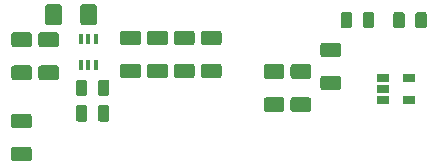
<source format=gbr>
G04 #@! TF.GenerationSoftware,KiCad,Pcbnew,5.1.5+dfsg1-2build2*
G04 #@! TF.CreationDate,2021-06-15T05:03:55+02:00*
G04 #@! TF.ProjectId,circuit9,63697263-7569-4743-992e-6b696361645f,rev?*
G04 #@! TF.SameCoordinates,Original*
G04 #@! TF.FileFunction,Paste,Top*
G04 #@! TF.FilePolarity,Positive*
%FSLAX46Y46*%
G04 Gerber Fmt 4.6, Leading zero omitted, Abs format (unit mm)*
G04 Created by KiCad (PCBNEW 5.1.5+dfsg1-2build2) date 2021-06-15 05:03:55*
%MOMM*%
%LPD*%
G04 APERTURE LIST*
%ADD10C,0.100000*%
%ADD11R,0.400000X0.900000*%
%ADD12R,1.060000X0.650000*%
G04 APERTURE END LIST*
D10*
G36*
X60683842Y-38137774D02*
G01*
X60707503Y-38141284D01*
X60730707Y-38147096D01*
X60753229Y-38155154D01*
X60774853Y-38165382D01*
X60795370Y-38177679D01*
X60814583Y-38191929D01*
X60832307Y-38207993D01*
X60848371Y-38225717D01*
X60862621Y-38244930D01*
X60874918Y-38265447D01*
X60885146Y-38287071D01*
X60893204Y-38309593D01*
X60899016Y-38332797D01*
X60902526Y-38356458D01*
X60903700Y-38380350D01*
X60903700Y-39292850D01*
X60902526Y-39316742D01*
X60899016Y-39340403D01*
X60893204Y-39363607D01*
X60885146Y-39386129D01*
X60874918Y-39407753D01*
X60862621Y-39428270D01*
X60848371Y-39447483D01*
X60832307Y-39465207D01*
X60814583Y-39481271D01*
X60795370Y-39495521D01*
X60774853Y-39507818D01*
X60753229Y-39518046D01*
X60730707Y-39526104D01*
X60707503Y-39531916D01*
X60683842Y-39535426D01*
X60659950Y-39536600D01*
X60172450Y-39536600D01*
X60148558Y-39535426D01*
X60124897Y-39531916D01*
X60101693Y-39526104D01*
X60079171Y-39518046D01*
X60057547Y-39507818D01*
X60037030Y-39495521D01*
X60017817Y-39481271D01*
X60000093Y-39465207D01*
X59984029Y-39447483D01*
X59969779Y-39428270D01*
X59957482Y-39407753D01*
X59947254Y-39386129D01*
X59939196Y-39363607D01*
X59933384Y-39340403D01*
X59929874Y-39316742D01*
X59928700Y-39292850D01*
X59928700Y-38380350D01*
X59929874Y-38356458D01*
X59933384Y-38332797D01*
X59939196Y-38309593D01*
X59947254Y-38287071D01*
X59957482Y-38265447D01*
X59969779Y-38244930D01*
X59984029Y-38225717D01*
X60000093Y-38207993D01*
X60017817Y-38191929D01*
X60037030Y-38177679D01*
X60057547Y-38165382D01*
X60079171Y-38155154D01*
X60101693Y-38147096D01*
X60124897Y-38141284D01*
X60148558Y-38137774D01*
X60172450Y-38136600D01*
X60659950Y-38136600D01*
X60683842Y-38137774D01*
G37*
G36*
X62558842Y-38137774D02*
G01*
X62582503Y-38141284D01*
X62605707Y-38147096D01*
X62628229Y-38155154D01*
X62649853Y-38165382D01*
X62670370Y-38177679D01*
X62689583Y-38191929D01*
X62707307Y-38207993D01*
X62723371Y-38225717D01*
X62737621Y-38244930D01*
X62749918Y-38265447D01*
X62760146Y-38287071D01*
X62768204Y-38309593D01*
X62774016Y-38332797D01*
X62777526Y-38356458D01*
X62778700Y-38380350D01*
X62778700Y-39292850D01*
X62777526Y-39316742D01*
X62774016Y-39340403D01*
X62768204Y-39363607D01*
X62760146Y-39386129D01*
X62749918Y-39407753D01*
X62737621Y-39428270D01*
X62723371Y-39447483D01*
X62707307Y-39465207D01*
X62689583Y-39481271D01*
X62670370Y-39495521D01*
X62649853Y-39507818D01*
X62628229Y-39518046D01*
X62605707Y-39526104D01*
X62582503Y-39531916D01*
X62558842Y-39535426D01*
X62534950Y-39536600D01*
X62047450Y-39536600D01*
X62023558Y-39535426D01*
X61999897Y-39531916D01*
X61976693Y-39526104D01*
X61954171Y-39518046D01*
X61932547Y-39507818D01*
X61912030Y-39495521D01*
X61892817Y-39481271D01*
X61875093Y-39465207D01*
X61859029Y-39447483D01*
X61844779Y-39428270D01*
X61832482Y-39407753D01*
X61822254Y-39386129D01*
X61814196Y-39363607D01*
X61808384Y-39340403D01*
X61804874Y-39316742D01*
X61803700Y-39292850D01*
X61803700Y-38380350D01*
X61804874Y-38356458D01*
X61808384Y-38332797D01*
X61814196Y-38309593D01*
X61822254Y-38287071D01*
X61832482Y-38265447D01*
X61844779Y-38244930D01*
X61859029Y-38225717D01*
X61875093Y-38207993D01*
X61892817Y-38191929D01*
X61912030Y-38177679D01*
X61932547Y-38165382D01*
X61954171Y-38155154D01*
X61976693Y-38147096D01*
X61999897Y-38141284D01*
X62023558Y-38137774D01*
X62047450Y-38136600D01*
X62534950Y-38136600D01*
X62558842Y-38137774D01*
G37*
G36*
X33810642Y-46024474D02*
G01*
X33834303Y-46027984D01*
X33857507Y-46033796D01*
X33880029Y-46041854D01*
X33901653Y-46052082D01*
X33922170Y-46064379D01*
X33941383Y-46078629D01*
X33959107Y-46094693D01*
X33975171Y-46112417D01*
X33989421Y-46131630D01*
X34001718Y-46152147D01*
X34011946Y-46173771D01*
X34020004Y-46196293D01*
X34025816Y-46219497D01*
X34029326Y-46243158D01*
X34030500Y-46267050D01*
X34030500Y-47179550D01*
X34029326Y-47203442D01*
X34025816Y-47227103D01*
X34020004Y-47250307D01*
X34011946Y-47272829D01*
X34001718Y-47294453D01*
X33989421Y-47314970D01*
X33975171Y-47334183D01*
X33959107Y-47351907D01*
X33941383Y-47367971D01*
X33922170Y-47382221D01*
X33901653Y-47394518D01*
X33880029Y-47404746D01*
X33857507Y-47412804D01*
X33834303Y-47418616D01*
X33810642Y-47422126D01*
X33786750Y-47423300D01*
X33299250Y-47423300D01*
X33275358Y-47422126D01*
X33251697Y-47418616D01*
X33228493Y-47412804D01*
X33205971Y-47404746D01*
X33184347Y-47394518D01*
X33163830Y-47382221D01*
X33144617Y-47367971D01*
X33126893Y-47351907D01*
X33110829Y-47334183D01*
X33096579Y-47314970D01*
X33084282Y-47294453D01*
X33074054Y-47272829D01*
X33065996Y-47250307D01*
X33060184Y-47227103D01*
X33056674Y-47203442D01*
X33055500Y-47179550D01*
X33055500Y-46267050D01*
X33056674Y-46243158D01*
X33060184Y-46219497D01*
X33065996Y-46196293D01*
X33074054Y-46173771D01*
X33084282Y-46152147D01*
X33096579Y-46131630D01*
X33110829Y-46112417D01*
X33126893Y-46094693D01*
X33144617Y-46078629D01*
X33163830Y-46064379D01*
X33184347Y-46052082D01*
X33205971Y-46041854D01*
X33228493Y-46033796D01*
X33251697Y-46027984D01*
X33275358Y-46024474D01*
X33299250Y-46023300D01*
X33786750Y-46023300D01*
X33810642Y-46024474D01*
G37*
G36*
X35685642Y-46024474D02*
G01*
X35709303Y-46027984D01*
X35732507Y-46033796D01*
X35755029Y-46041854D01*
X35776653Y-46052082D01*
X35797170Y-46064379D01*
X35816383Y-46078629D01*
X35834107Y-46094693D01*
X35850171Y-46112417D01*
X35864421Y-46131630D01*
X35876718Y-46152147D01*
X35886946Y-46173771D01*
X35895004Y-46196293D01*
X35900816Y-46219497D01*
X35904326Y-46243158D01*
X35905500Y-46267050D01*
X35905500Y-47179550D01*
X35904326Y-47203442D01*
X35900816Y-47227103D01*
X35895004Y-47250307D01*
X35886946Y-47272829D01*
X35876718Y-47294453D01*
X35864421Y-47314970D01*
X35850171Y-47334183D01*
X35834107Y-47351907D01*
X35816383Y-47367971D01*
X35797170Y-47382221D01*
X35776653Y-47394518D01*
X35755029Y-47404746D01*
X35732507Y-47412804D01*
X35709303Y-47418616D01*
X35685642Y-47422126D01*
X35661750Y-47423300D01*
X35174250Y-47423300D01*
X35150358Y-47422126D01*
X35126697Y-47418616D01*
X35103493Y-47412804D01*
X35080971Y-47404746D01*
X35059347Y-47394518D01*
X35038830Y-47382221D01*
X35019617Y-47367971D01*
X35001893Y-47351907D01*
X34985829Y-47334183D01*
X34971579Y-47314970D01*
X34959282Y-47294453D01*
X34949054Y-47272829D01*
X34940996Y-47250307D01*
X34935184Y-47227103D01*
X34931674Y-47203442D01*
X34930500Y-47179550D01*
X34930500Y-46267050D01*
X34931674Y-46243158D01*
X34935184Y-46219497D01*
X34940996Y-46196293D01*
X34949054Y-46173771D01*
X34959282Y-46152147D01*
X34971579Y-46131630D01*
X34985829Y-46112417D01*
X35001893Y-46094693D01*
X35019617Y-46078629D01*
X35038830Y-46064379D01*
X35059347Y-46052082D01*
X35080971Y-46041854D01*
X35103493Y-46033796D01*
X35126697Y-46027984D01*
X35150358Y-46024474D01*
X35174250Y-46023300D01*
X35661750Y-46023300D01*
X35685642Y-46024474D01*
G37*
G36*
X33810642Y-43865474D02*
G01*
X33834303Y-43868984D01*
X33857507Y-43874796D01*
X33880029Y-43882854D01*
X33901653Y-43893082D01*
X33922170Y-43905379D01*
X33941383Y-43919629D01*
X33959107Y-43935693D01*
X33975171Y-43953417D01*
X33989421Y-43972630D01*
X34001718Y-43993147D01*
X34011946Y-44014771D01*
X34020004Y-44037293D01*
X34025816Y-44060497D01*
X34029326Y-44084158D01*
X34030500Y-44108050D01*
X34030500Y-45020550D01*
X34029326Y-45044442D01*
X34025816Y-45068103D01*
X34020004Y-45091307D01*
X34011946Y-45113829D01*
X34001718Y-45135453D01*
X33989421Y-45155970D01*
X33975171Y-45175183D01*
X33959107Y-45192907D01*
X33941383Y-45208971D01*
X33922170Y-45223221D01*
X33901653Y-45235518D01*
X33880029Y-45245746D01*
X33857507Y-45253804D01*
X33834303Y-45259616D01*
X33810642Y-45263126D01*
X33786750Y-45264300D01*
X33299250Y-45264300D01*
X33275358Y-45263126D01*
X33251697Y-45259616D01*
X33228493Y-45253804D01*
X33205971Y-45245746D01*
X33184347Y-45235518D01*
X33163830Y-45223221D01*
X33144617Y-45208971D01*
X33126893Y-45192907D01*
X33110829Y-45175183D01*
X33096579Y-45155970D01*
X33084282Y-45135453D01*
X33074054Y-45113829D01*
X33065996Y-45091307D01*
X33060184Y-45068103D01*
X33056674Y-45044442D01*
X33055500Y-45020550D01*
X33055500Y-44108050D01*
X33056674Y-44084158D01*
X33060184Y-44060497D01*
X33065996Y-44037293D01*
X33074054Y-44014771D01*
X33084282Y-43993147D01*
X33096579Y-43972630D01*
X33110829Y-43953417D01*
X33126893Y-43935693D01*
X33144617Y-43919629D01*
X33163830Y-43905379D01*
X33184347Y-43893082D01*
X33205971Y-43882854D01*
X33228493Y-43874796D01*
X33251697Y-43868984D01*
X33275358Y-43865474D01*
X33299250Y-43864300D01*
X33786750Y-43864300D01*
X33810642Y-43865474D01*
G37*
G36*
X35685642Y-43865474D02*
G01*
X35709303Y-43868984D01*
X35732507Y-43874796D01*
X35755029Y-43882854D01*
X35776653Y-43893082D01*
X35797170Y-43905379D01*
X35816383Y-43919629D01*
X35834107Y-43935693D01*
X35850171Y-43953417D01*
X35864421Y-43972630D01*
X35876718Y-43993147D01*
X35886946Y-44014771D01*
X35895004Y-44037293D01*
X35900816Y-44060497D01*
X35904326Y-44084158D01*
X35905500Y-44108050D01*
X35905500Y-45020550D01*
X35904326Y-45044442D01*
X35900816Y-45068103D01*
X35895004Y-45091307D01*
X35886946Y-45113829D01*
X35876718Y-45135453D01*
X35864421Y-45155970D01*
X35850171Y-45175183D01*
X35834107Y-45192907D01*
X35816383Y-45208971D01*
X35797170Y-45223221D01*
X35776653Y-45235518D01*
X35755029Y-45245746D01*
X35732507Y-45253804D01*
X35709303Y-45259616D01*
X35685642Y-45263126D01*
X35661750Y-45264300D01*
X35174250Y-45264300D01*
X35150358Y-45263126D01*
X35126697Y-45259616D01*
X35103493Y-45253804D01*
X35080971Y-45245746D01*
X35059347Y-45235518D01*
X35038830Y-45223221D01*
X35019617Y-45208971D01*
X35001893Y-45192907D01*
X34985829Y-45175183D01*
X34971579Y-45155970D01*
X34959282Y-45135453D01*
X34949054Y-45113829D01*
X34940996Y-45091307D01*
X34935184Y-45068103D01*
X34931674Y-45044442D01*
X34930500Y-45020550D01*
X34930500Y-44108050D01*
X34931674Y-44084158D01*
X34935184Y-44060497D01*
X34940996Y-44037293D01*
X34949054Y-44014771D01*
X34959282Y-43993147D01*
X34971579Y-43972630D01*
X34985829Y-43953417D01*
X35001893Y-43935693D01*
X35019617Y-43919629D01*
X35038830Y-43905379D01*
X35059347Y-43893082D01*
X35080971Y-43882854D01*
X35103493Y-43874796D01*
X35126697Y-43868984D01*
X35150358Y-43865474D01*
X35174250Y-43864300D01*
X35661750Y-43864300D01*
X35685642Y-43865474D01*
G37*
G36*
X58101142Y-38125074D02*
G01*
X58124803Y-38128584D01*
X58148007Y-38134396D01*
X58170529Y-38142454D01*
X58192153Y-38152682D01*
X58212670Y-38164979D01*
X58231883Y-38179229D01*
X58249607Y-38195293D01*
X58265671Y-38213017D01*
X58279921Y-38232230D01*
X58292218Y-38252747D01*
X58302446Y-38274371D01*
X58310504Y-38296893D01*
X58316316Y-38320097D01*
X58319826Y-38343758D01*
X58321000Y-38367650D01*
X58321000Y-39280150D01*
X58319826Y-39304042D01*
X58316316Y-39327703D01*
X58310504Y-39350907D01*
X58302446Y-39373429D01*
X58292218Y-39395053D01*
X58279921Y-39415570D01*
X58265671Y-39434783D01*
X58249607Y-39452507D01*
X58231883Y-39468571D01*
X58212670Y-39482821D01*
X58192153Y-39495118D01*
X58170529Y-39505346D01*
X58148007Y-39513404D01*
X58124803Y-39519216D01*
X58101142Y-39522726D01*
X58077250Y-39523900D01*
X57589750Y-39523900D01*
X57565858Y-39522726D01*
X57542197Y-39519216D01*
X57518993Y-39513404D01*
X57496471Y-39505346D01*
X57474847Y-39495118D01*
X57454330Y-39482821D01*
X57435117Y-39468571D01*
X57417393Y-39452507D01*
X57401329Y-39434783D01*
X57387079Y-39415570D01*
X57374782Y-39395053D01*
X57364554Y-39373429D01*
X57356496Y-39350907D01*
X57350684Y-39327703D01*
X57347174Y-39304042D01*
X57346000Y-39280150D01*
X57346000Y-38367650D01*
X57347174Y-38343758D01*
X57350684Y-38320097D01*
X57356496Y-38296893D01*
X57364554Y-38274371D01*
X57374782Y-38252747D01*
X57387079Y-38232230D01*
X57401329Y-38213017D01*
X57417393Y-38195293D01*
X57435117Y-38179229D01*
X57454330Y-38164979D01*
X57474847Y-38152682D01*
X57496471Y-38142454D01*
X57518993Y-38134396D01*
X57542197Y-38128584D01*
X57565858Y-38125074D01*
X57589750Y-38123900D01*
X58077250Y-38123900D01*
X58101142Y-38125074D01*
G37*
G36*
X56226142Y-38125074D02*
G01*
X56249803Y-38128584D01*
X56273007Y-38134396D01*
X56295529Y-38142454D01*
X56317153Y-38152682D01*
X56337670Y-38164979D01*
X56356883Y-38179229D01*
X56374607Y-38195293D01*
X56390671Y-38213017D01*
X56404921Y-38232230D01*
X56417218Y-38252747D01*
X56427446Y-38274371D01*
X56435504Y-38296893D01*
X56441316Y-38320097D01*
X56444826Y-38343758D01*
X56446000Y-38367650D01*
X56446000Y-39280150D01*
X56444826Y-39304042D01*
X56441316Y-39327703D01*
X56435504Y-39350907D01*
X56427446Y-39373429D01*
X56417218Y-39395053D01*
X56404921Y-39415570D01*
X56390671Y-39434783D01*
X56374607Y-39452507D01*
X56356883Y-39468571D01*
X56337670Y-39482821D01*
X56317153Y-39495118D01*
X56295529Y-39505346D01*
X56273007Y-39513404D01*
X56249803Y-39519216D01*
X56226142Y-39522726D01*
X56202250Y-39523900D01*
X55714750Y-39523900D01*
X55690858Y-39522726D01*
X55667197Y-39519216D01*
X55643993Y-39513404D01*
X55621471Y-39505346D01*
X55599847Y-39495118D01*
X55579330Y-39482821D01*
X55560117Y-39468571D01*
X55542393Y-39452507D01*
X55526329Y-39434783D01*
X55512079Y-39415570D01*
X55499782Y-39395053D01*
X55489554Y-39373429D01*
X55481496Y-39350907D01*
X55475684Y-39327703D01*
X55472174Y-39304042D01*
X55471000Y-39280150D01*
X55471000Y-38367650D01*
X55472174Y-38343758D01*
X55475684Y-38320097D01*
X55481496Y-38296893D01*
X55489554Y-38274371D01*
X55499782Y-38252747D01*
X55512079Y-38232230D01*
X55526329Y-38213017D01*
X55542393Y-38195293D01*
X55560117Y-38179229D01*
X55579330Y-38164979D01*
X55599847Y-38152682D01*
X55621471Y-38142454D01*
X55643993Y-38134396D01*
X55667197Y-38128584D01*
X55690858Y-38125074D01*
X55714750Y-38123900D01*
X56202250Y-38123900D01*
X56226142Y-38125074D01*
G37*
D11*
X33474900Y-42603600D03*
X34774900Y-42603600D03*
X34124900Y-40403600D03*
X34124900Y-42603600D03*
X34774900Y-40403600D03*
X33474900Y-40403600D03*
D12*
X59098000Y-43728600D03*
X59098000Y-44678600D03*
X59098000Y-45628600D03*
X61298000Y-45628600D03*
X61298000Y-43728600D03*
D10*
G36*
X29122904Y-39860804D02*
G01*
X29147173Y-39864404D01*
X29170971Y-39870365D01*
X29194071Y-39878630D01*
X29216249Y-39889120D01*
X29237293Y-39901733D01*
X29256998Y-39916347D01*
X29275177Y-39932823D01*
X29291653Y-39951002D01*
X29306267Y-39970707D01*
X29318880Y-39991751D01*
X29329370Y-40013929D01*
X29337635Y-40037029D01*
X29343596Y-40060827D01*
X29347196Y-40085096D01*
X29348400Y-40109600D01*
X29348400Y-40859600D01*
X29347196Y-40884104D01*
X29343596Y-40908373D01*
X29337635Y-40932171D01*
X29329370Y-40955271D01*
X29318880Y-40977449D01*
X29306267Y-40998493D01*
X29291653Y-41018198D01*
X29275177Y-41036377D01*
X29256998Y-41052853D01*
X29237293Y-41067467D01*
X29216249Y-41080080D01*
X29194071Y-41090570D01*
X29170971Y-41098835D01*
X29147173Y-41104796D01*
X29122904Y-41108396D01*
X29098400Y-41109600D01*
X27848400Y-41109600D01*
X27823896Y-41108396D01*
X27799627Y-41104796D01*
X27775829Y-41098835D01*
X27752729Y-41090570D01*
X27730551Y-41080080D01*
X27709507Y-41067467D01*
X27689802Y-41052853D01*
X27671623Y-41036377D01*
X27655147Y-41018198D01*
X27640533Y-40998493D01*
X27627920Y-40977449D01*
X27617430Y-40955271D01*
X27609165Y-40932171D01*
X27603204Y-40908373D01*
X27599604Y-40884104D01*
X27598400Y-40859600D01*
X27598400Y-40109600D01*
X27599604Y-40085096D01*
X27603204Y-40060827D01*
X27609165Y-40037029D01*
X27617430Y-40013929D01*
X27627920Y-39991751D01*
X27640533Y-39970707D01*
X27655147Y-39951002D01*
X27671623Y-39932823D01*
X27689802Y-39916347D01*
X27709507Y-39901733D01*
X27730551Y-39889120D01*
X27752729Y-39878630D01*
X27775829Y-39870365D01*
X27799627Y-39864404D01*
X27823896Y-39860804D01*
X27848400Y-39859600D01*
X29098400Y-39859600D01*
X29122904Y-39860804D01*
G37*
G36*
X29122904Y-42660804D02*
G01*
X29147173Y-42664404D01*
X29170971Y-42670365D01*
X29194071Y-42678630D01*
X29216249Y-42689120D01*
X29237293Y-42701733D01*
X29256998Y-42716347D01*
X29275177Y-42732823D01*
X29291653Y-42751002D01*
X29306267Y-42770707D01*
X29318880Y-42791751D01*
X29329370Y-42813929D01*
X29337635Y-42837029D01*
X29343596Y-42860827D01*
X29347196Y-42885096D01*
X29348400Y-42909600D01*
X29348400Y-43659600D01*
X29347196Y-43684104D01*
X29343596Y-43708373D01*
X29337635Y-43732171D01*
X29329370Y-43755271D01*
X29318880Y-43777449D01*
X29306267Y-43798493D01*
X29291653Y-43818198D01*
X29275177Y-43836377D01*
X29256998Y-43852853D01*
X29237293Y-43867467D01*
X29216249Y-43880080D01*
X29194071Y-43890570D01*
X29170971Y-43898835D01*
X29147173Y-43904796D01*
X29122904Y-43908396D01*
X29098400Y-43909600D01*
X27848400Y-43909600D01*
X27823896Y-43908396D01*
X27799627Y-43904796D01*
X27775829Y-43898835D01*
X27752729Y-43890570D01*
X27730551Y-43880080D01*
X27709507Y-43867467D01*
X27689802Y-43852853D01*
X27671623Y-43836377D01*
X27655147Y-43818198D01*
X27640533Y-43798493D01*
X27627920Y-43777449D01*
X27617430Y-43755271D01*
X27609165Y-43732171D01*
X27603204Y-43708373D01*
X27599604Y-43684104D01*
X27598400Y-43659600D01*
X27598400Y-42909600D01*
X27599604Y-42885096D01*
X27603204Y-42860827D01*
X27609165Y-42837029D01*
X27617430Y-42813929D01*
X27627920Y-42791751D01*
X27640533Y-42770707D01*
X27655147Y-42751002D01*
X27671623Y-42732823D01*
X27689802Y-42716347D01*
X27709507Y-42701733D01*
X27730551Y-42689120D01*
X27752729Y-42678630D01*
X27775829Y-42670365D01*
X27799627Y-42664404D01*
X27823896Y-42660804D01*
X27848400Y-42659600D01*
X29098400Y-42659600D01*
X29122904Y-42660804D01*
G37*
G36*
X31408904Y-42660804D02*
G01*
X31433173Y-42664404D01*
X31456971Y-42670365D01*
X31480071Y-42678630D01*
X31502249Y-42689120D01*
X31523293Y-42701733D01*
X31542998Y-42716347D01*
X31561177Y-42732823D01*
X31577653Y-42751002D01*
X31592267Y-42770707D01*
X31604880Y-42791751D01*
X31615370Y-42813929D01*
X31623635Y-42837029D01*
X31629596Y-42860827D01*
X31633196Y-42885096D01*
X31634400Y-42909600D01*
X31634400Y-43659600D01*
X31633196Y-43684104D01*
X31629596Y-43708373D01*
X31623635Y-43732171D01*
X31615370Y-43755271D01*
X31604880Y-43777449D01*
X31592267Y-43798493D01*
X31577653Y-43818198D01*
X31561177Y-43836377D01*
X31542998Y-43852853D01*
X31523293Y-43867467D01*
X31502249Y-43880080D01*
X31480071Y-43890570D01*
X31456971Y-43898835D01*
X31433173Y-43904796D01*
X31408904Y-43908396D01*
X31384400Y-43909600D01*
X30134400Y-43909600D01*
X30109896Y-43908396D01*
X30085627Y-43904796D01*
X30061829Y-43898835D01*
X30038729Y-43890570D01*
X30016551Y-43880080D01*
X29995507Y-43867467D01*
X29975802Y-43852853D01*
X29957623Y-43836377D01*
X29941147Y-43818198D01*
X29926533Y-43798493D01*
X29913920Y-43777449D01*
X29903430Y-43755271D01*
X29895165Y-43732171D01*
X29889204Y-43708373D01*
X29885604Y-43684104D01*
X29884400Y-43659600D01*
X29884400Y-42909600D01*
X29885604Y-42885096D01*
X29889204Y-42860827D01*
X29895165Y-42837029D01*
X29903430Y-42813929D01*
X29913920Y-42791751D01*
X29926533Y-42770707D01*
X29941147Y-42751002D01*
X29957623Y-42732823D01*
X29975802Y-42716347D01*
X29995507Y-42701733D01*
X30016551Y-42689120D01*
X30038729Y-42678630D01*
X30061829Y-42670365D01*
X30085627Y-42664404D01*
X30109896Y-42660804D01*
X30134400Y-42659600D01*
X31384400Y-42659600D01*
X31408904Y-42660804D01*
G37*
G36*
X31408904Y-39860804D02*
G01*
X31433173Y-39864404D01*
X31456971Y-39870365D01*
X31480071Y-39878630D01*
X31502249Y-39889120D01*
X31523293Y-39901733D01*
X31542998Y-39916347D01*
X31561177Y-39932823D01*
X31577653Y-39951002D01*
X31592267Y-39970707D01*
X31604880Y-39991751D01*
X31615370Y-40013929D01*
X31623635Y-40037029D01*
X31629596Y-40060827D01*
X31633196Y-40085096D01*
X31634400Y-40109600D01*
X31634400Y-40859600D01*
X31633196Y-40884104D01*
X31629596Y-40908373D01*
X31623635Y-40932171D01*
X31615370Y-40955271D01*
X31604880Y-40977449D01*
X31592267Y-40998493D01*
X31577653Y-41018198D01*
X31561177Y-41036377D01*
X31542998Y-41052853D01*
X31523293Y-41067467D01*
X31502249Y-41080080D01*
X31480071Y-41090570D01*
X31456971Y-41098835D01*
X31433173Y-41104796D01*
X31408904Y-41108396D01*
X31384400Y-41109600D01*
X30134400Y-41109600D01*
X30109896Y-41108396D01*
X30085627Y-41104796D01*
X30061829Y-41098835D01*
X30038729Y-41090570D01*
X30016551Y-41080080D01*
X29995507Y-41067467D01*
X29975802Y-41052853D01*
X29957623Y-41036377D01*
X29941147Y-41018198D01*
X29926533Y-40998493D01*
X29913920Y-40977449D01*
X29903430Y-40955271D01*
X29895165Y-40932171D01*
X29889204Y-40908373D01*
X29885604Y-40884104D01*
X29884400Y-40859600D01*
X29884400Y-40109600D01*
X29885604Y-40085096D01*
X29889204Y-40060827D01*
X29895165Y-40037029D01*
X29903430Y-40013929D01*
X29913920Y-39991751D01*
X29926533Y-39970707D01*
X29941147Y-39951002D01*
X29957623Y-39932823D01*
X29975802Y-39916347D01*
X29995507Y-39901733D01*
X30016551Y-39889120D01*
X30038729Y-39878630D01*
X30061829Y-39870365D01*
X30085627Y-39864404D01*
X30109896Y-39860804D01*
X30134400Y-39859600D01*
X31384400Y-39859600D01*
X31408904Y-39860804D01*
G37*
G36*
X38330404Y-39708404D02*
G01*
X38354673Y-39712004D01*
X38378471Y-39717965D01*
X38401571Y-39726230D01*
X38423749Y-39736720D01*
X38444793Y-39749333D01*
X38464498Y-39763947D01*
X38482677Y-39780423D01*
X38499153Y-39798602D01*
X38513767Y-39818307D01*
X38526380Y-39839351D01*
X38536870Y-39861529D01*
X38545135Y-39884629D01*
X38551096Y-39908427D01*
X38554696Y-39932696D01*
X38555900Y-39957200D01*
X38555900Y-40707200D01*
X38554696Y-40731704D01*
X38551096Y-40755973D01*
X38545135Y-40779771D01*
X38536870Y-40802871D01*
X38526380Y-40825049D01*
X38513767Y-40846093D01*
X38499153Y-40865798D01*
X38482677Y-40883977D01*
X38464498Y-40900453D01*
X38444793Y-40915067D01*
X38423749Y-40927680D01*
X38401571Y-40938170D01*
X38378471Y-40946435D01*
X38354673Y-40952396D01*
X38330404Y-40955996D01*
X38305900Y-40957200D01*
X37055900Y-40957200D01*
X37031396Y-40955996D01*
X37007127Y-40952396D01*
X36983329Y-40946435D01*
X36960229Y-40938170D01*
X36938051Y-40927680D01*
X36917007Y-40915067D01*
X36897302Y-40900453D01*
X36879123Y-40883977D01*
X36862647Y-40865798D01*
X36848033Y-40846093D01*
X36835420Y-40825049D01*
X36824930Y-40802871D01*
X36816665Y-40779771D01*
X36810704Y-40755973D01*
X36807104Y-40731704D01*
X36805900Y-40707200D01*
X36805900Y-39957200D01*
X36807104Y-39932696D01*
X36810704Y-39908427D01*
X36816665Y-39884629D01*
X36824930Y-39861529D01*
X36835420Y-39839351D01*
X36848033Y-39818307D01*
X36862647Y-39798602D01*
X36879123Y-39780423D01*
X36897302Y-39763947D01*
X36917007Y-39749333D01*
X36938051Y-39736720D01*
X36960229Y-39726230D01*
X36983329Y-39717965D01*
X37007127Y-39712004D01*
X37031396Y-39708404D01*
X37055900Y-39707200D01*
X38305900Y-39707200D01*
X38330404Y-39708404D01*
G37*
G36*
X38330404Y-42508404D02*
G01*
X38354673Y-42512004D01*
X38378471Y-42517965D01*
X38401571Y-42526230D01*
X38423749Y-42536720D01*
X38444793Y-42549333D01*
X38464498Y-42563947D01*
X38482677Y-42580423D01*
X38499153Y-42598602D01*
X38513767Y-42618307D01*
X38526380Y-42639351D01*
X38536870Y-42661529D01*
X38545135Y-42684629D01*
X38551096Y-42708427D01*
X38554696Y-42732696D01*
X38555900Y-42757200D01*
X38555900Y-43507200D01*
X38554696Y-43531704D01*
X38551096Y-43555973D01*
X38545135Y-43579771D01*
X38536870Y-43602871D01*
X38526380Y-43625049D01*
X38513767Y-43646093D01*
X38499153Y-43665798D01*
X38482677Y-43683977D01*
X38464498Y-43700453D01*
X38444793Y-43715067D01*
X38423749Y-43727680D01*
X38401571Y-43738170D01*
X38378471Y-43746435D01*
X38354673Y-43752396D01*
X38330404Y-43755996D01*
X38305900Y-43757200D01*
X37055900Y-43757200D01*
X37031396Y-43755996D01*
X37007127Y-43752396D01*
X36983329Y-43746435D01*
X36960229Y-43738170D01*
X36938051Y-43727680D01*
X36917007Y-43715067D01*
X36897302Y-43700453D01*
X36879123Y-43683977D01*
X36862647Y-43665798D01*
X36848033Y-43646093D01*
X36835420Y-43625049D01*
X36824930Y-43602871D01*
X36816665Y-43579771D01*
X36810704Y-43555973D01*
X36807104Y-43531704D01*
X36805900Y-43507200D01*
X36805900Y-42757200D01*
X36807104Y-42732696D01*
X36810704Y-42708427D01*
X36816665Y-42684629D01*
X36824930Y-42661529D01*
X36835420Y-42639351D01*
X36848033Y-42618307D01*
X36862647Y-42598602D01*
X36879123Y-42580423D01*
X36897302Y-42563947D01*
X36917007Y-42549333D01*
X36938051Y-42536720D01*
X36960229Y-42526230D01*
X36983329Y-42517965D01*
X37007127Y-42512004D01*
X37031396Y-42508404D01*
X37055900Y-42507200D01*
X38305900Y-42507200D01*
X38330404Y-42508404D01*
G37*
G36*
X40616404Y-42508404D02*
G01*
X40640673Y-42512004D01*
X40664471Y-42517965D01*
X40687571Y-42526230D01*
X40709749Y-42536720D01*
X40730793Y-42549333D01*
X40750498Y-42563947D01*
X40768677Y-42580423D01*
X40785153Y-42598602D01*
X40799767Y-42618307D01*
X40812380Y-42639351D01*
X40822870Y-42661529D01*
X40831135Y-42684629D01*
X40837096Y-42708427D01*
X40840696Y-42732696D01*
X40841900Y-42757200D01*
X40841900Y-43507200D01*
X40840696Y-43531704D01*
X40837096Y-43555973D01*
X40831135Y-43579771D01*
X40822870Y-43602871D01*
X40812380Y-43625049D01*
X40799767Y-43646093D01*
X40785153Y-43665798D01*
X40768677Y-43683977D01*
X40750498Y-43700453D01*
X40730793Y-43715067D01*
X40709749Y-43727680D01*
X40687571Y-43738170D01*
X40664471Y-43746435D01*
X40640673Y-43752396D01*
X40616404Y-43755996D01*
X40591900Y-43757200D01*
X39341900Y-43757200D01*
X39317396Y-43755996D01*
X39293127Y-43752396D01*
X39269329Y-43746435D01*
X39246229Y-43738170D01*
X39224051Y-43727680D01*
X39203007Y-43715067D01*
X39183302Y-43700453D01*
X39165123Y-43683977D01*
X39148647Y-43665798D01*
X39134033Y-43646093D01*
X39121420Y-43625049D01*
X39110930Y-43602871D01*
X39102665Y-43579771D01*
X39096704Y-43555973D01*
X39093104Y-43531704D01*
X39091900Y-43507200D01*
X39091900Y-42757200D01*
X39093104Y-42732696D01*
X39096704Y-42708427D01*
X39102665Y-42684629D01*
X39110930Y-42661529D01*
X39121420Y-42639351D01*
X39134033Y-42618307D01*
X39148647Y-42598602D01*
X39165123Y-42580423D01*
X39183302Y-42563947D01*
X39203007Y-42549333D01*
X39224051Y-42536720D01*
X39246229Y-42526230D01*
X39269329Y-42517965D01*
X39293127Y-42512004D01*
X39317396Y-42508404D01*
X39341900Y-42507200D01*
X40591900Y-42507200D01*
X40616404Y-42508404D01*
G37*
G36*
X40616404Y-39708404D02*
G01*
X40640673Y-39712004D01*
X40664471Y-39717965D01*
X40687571Y-39726230D01*
X40709749Y-39736720D01*
X40730793Y-39749333D01*
X40750498Y-39763947D01*
X40768677Y-39780423D01*
X40785153Y-39798602D01*
X40799767Y-39818307D01*
X40812380Y-39839351D01*
X40822870Y-39861529D01*
X40831135Y-39884629D01*
X40837096Y-39908427D01*
X40840696Y-39932696D01*
X40841900Y-39957200D01*
X40841900Y-40707200D01*
X40840696Y-40731704D01*
X40837096Y-40755973D01*
X40831135Y-40779771D01*
X40822870Y-40802871D01*
X40812380Y-40825049D01*
X40799767Y-40846093D01*
X40785153Y-40865798D01*
X40768677Y-40883977D01*
X40750498Y-40900453D01*
X40730793Y-40915067D01*
X40709749Y-40927680D01*
X40687571Y-40938170D01*
X40664471Y-40946435D01*
X40640673Y-40952396D01*
X40616404Y-40955996D01*
X40591900Y-40957200D01*
X39341900Y-40957200D01*
X39317396Y-40955996D01*
X39293127Y-40952396D01*
X39269329Y-40946435D01*
X39246229Y-40938170D01*
X39224051Y-40927680D01*
X39203007Y-40915067D01*
X39183302Y-40900453D01*
X39165123Y-40883977D01*
X39148647Y-40865798D01*
X39134033Y-40846093D01*
X39121420Y-40825049D01*
X39110930Y-40802871D01*
X39102665Y-40779771D01*
X39096704Y-40755973D01*
X39093104Y-40731704D01*
X39091900Y-40707200D01*
X39091900Y-39957200D01*
X39093104Y-39932696D01*
X39096704Y-39908427D01*
X39102665Y-39884629D01*
X39110930Y-39861529D01*
X39121420Y-39839351D01*
X39134033Y-39818307D01*
X39148647Y-39798602D01*
X39165123Y-39780423D01*
X39183302Y-39763947D01*
X39203007Y-39749333D01*
X39224051Y-39736720D01*
X39246229Y-39726230D01*
X39269329Y-39717965D01*
X39293127Y-39712004D01*
X39317396Y-39708404D01*
X39341900Y-39707200D01*
X40591900Y-39707200D01*
X40616404Y-39708404D01*
G37*
G36*
X29097504Y-49544204D02*
G01*
X29121773Y-49547804D01*
X29145571Y-49553765D01*
X29168671Y-49562030D01*
X29190849Y-49572520D01*
X29211893Y-49585133D01*
X29231598Y-49599747D01*
X29249777Y-49616223D01*
X29266253Y-49634402D01*
X29280867Y-49654107D01*
X29293480Y-49675151D01*
X29303970Y-49697329D01*
X29312235Y-49720429D01*
X29318196Y-49744227D01*
X29321796Y-49768496D01*
X29323000Y-49793000D01*
X29323000Y-50543000D01*
X29321796Y-50567504D01*
X29318196Y-50591773D01*
X29312235Y-50615571D01*
X29303970Y-50638671D01*
X29293480Y-50660849D01*
X29280867Y-50681893D01*
X29266253Y-50701598D01*
X29249777Y-50719777D01*
X29231598Y-50736253D01*
X29211893Y-50750867D01*
X29190849Y-50763480D01*
X29168671Y-50773970D01*
X29145571Y-50782235D01*
X29121773Y-50788196D01*
X29097504Y-50791796D01*
X29073000Y-50793000D01*
X27823000Y-50793000D01*
X27798496Y-50791796D01*
X27774227Y-50788196D01*
X27750429Y-50782235D01*
X27727329Y-50773970D01*
X27705151Y-50763480D01*
X27684107Y-50750867D01*
X27664402Y-50736253D01*
X27646223Y-50719777D01*
X27629747Y-50701598D01*
X27615133Y-50681893D01*
X27602520Y-50660849D01*
X27592030Y-50638671D01*
X27583765Y-50615571D01*
X27577804Y-50591773D01*
X27574204Y-50567504D01*
X27573000Y-50543000D01*
X27573000Y-49793000D01*
X27574204Y-49768496D01*
X27577804Y-49744227D01*
X27583765Y-49720429D01*
X27592030Y-49697329D01*
X27602520Y-49675151D01*
X27615133Y-49654107D01*
X27629747Y-49634402D01*
X27646223Y-49616223D01*
X27664402Y-49599747D01*
X27684107Y-49585133D01*
X27705151Y-49572520D01*
X27727329Y-49562030D01*
X27750429Y-49553765D01*
X27774227Y-49547804D01*
X27798496Y-49544204D01*
X27823000Y-49543000D01*
X29073000Y-49543000D01*
X29097504Y-49544204D01*
G37*
G36*
X29097504Y-46744204D02*
G01*
X29121773Y-46747804D01*
X29145571Y-46753765D01*
X29168671Y-46762030D01*
X29190849Y-46772520D01*
X29211893Y-46785133D01*
X29231598Y-46799747D01*
X29249777Y-46816223D01*
X29266253Y-46834402D01*
X29280867Y-46854107D01*
X29293480Y-46875151D01*
X29303970Y-46897329D01*
X29312235Y-46920429D01*
X29318196Y-46944227D01*
X29321796Y-46968496D01*
X29323000Y-46993000D01*
X29323000Y-47743000D01*
X29321796Y-47767504D01*
X29318196Y-47791773D01*
X29312235Y-47815571D01*
X29303970Y-47838671D01*
X29293480Y-47860849D01*
X29280867Y-47881893D01*
X29266253Y-47901598D01*
X29249777Y-47919777D01*
X29231598Y-47936253D01*
X29211893Y-47950867D01*
X29190849Y-47963480D01*
X29168671Y-47973970D01*
X29145571Y-47982235D01*
X29121773Y-47988196D01*
X29097504Y-47991796D01*
X29073000Y-47993000D01*
X27823000Y-47993000D01*
X27798496Y-47991796D01*
X27774227Y-47988196D01*
X27750429Y-47982235D01*
X27727329Y-47973970D01*
X27705151Y-47963480D01*
X27684107Y-47950867D01*
X27664402Y-47936253D01*
X27646223Y-47919777D01*
X27629747Y-47901598D01*
X27615133Y-47881893D01*
X27602520Y-47860849D01*
X27592030Y-47838671D01*
X27583765Y-47815571D01*
X27577804Y-47791773D01*
X27574204Y-47767504D01*
X27573000Y-47743000D01*
X27573000Y-46993000D01*
X27574204Y-46968496D01*
X27577804Y-46944227D01*
X27583765Y-46920429D01*
X27592030Y-46897329D01*
X27602520Y-46875151D01*
X27615133Y-46854107D01*
X27629747Y-46834402D01*
X27646223Y-46816223D01*
X27664402Y-46799747D01*
X27684107Y-46785133D01*
X27705151Y-46772520D01*
X27727329Y-46762030D01*
X27750429Y-46753765D01*
X27774227Y-46747804D01*
X27798496Y-46744204D01*
X27823000Y-46743000D01*
X29073000Y-46743000D01*
X29097504Y-46744204D01*
G37*
G36*
X55297604Y-43527404D02*
G01*
X55321873Y-43531004D01*
X55345671Y-43536965D01*
X55368771Y-43545230D01*
X55390949Y-43555720D01*
X55411993Y-43568333D01*
X55431698Y-43582947D01*
X55449877Y-43599423D01*
X55466353Y-43617602D01*
X55480967Y-43637307D01*
X55493580Y-43658351D01*
X55504070Y-43680529D01*
X55512335Y-43703629D01*
X55518296Y-43727427D01*
X55521896Y-43751696D01*
X55523100Y-43776200D01*
X55523100Y-44526200D01*
X55521896Y-44550704D01*
X55518296Y-44574973D01*
X55512335Y-44598771D01*
X55504070Y-44621871D01*
X55493580Y-44644049D01*
X55480967Y-44665093D01*
X55466353Y-44684798D01*
X55449877Y-44702977D01*
X55431698Y-44719453D01*
X55411993Y-44734067D01*
X55390949Y-44746680D01*
X55368771Y-44757170D01*
X55345671Y-44765435D01*
X55321873Y-44771396D01*
X55297604Y-44774996D01*
X55273100Y-44776200D01*
X54023100Y-44776200D01*
X53998596Y-44774996D01*
X53974327Y-44771396D01*
X53950529Y-44765435D01*
X53927429Y-44757170D01*
X53905251Y-44746680D01*
X53884207Y-44734067D01*
X53864502Y-44719453D01*
X53846323Y-44702977D01*
X53829847Y-44684798D01*
X53815233Y-44665093D01*
X53802620Y-44644049D01*
X53792130Y-44621871D01*
X53783865Y-44598771D01*
X53777904Y-44574973D01*
X53774304Y-44550704D01*
X53773100Y-44526200D01*
X53773100Y-43776200D01*
X53774304Y-43751696D01*
X53777904Y-43727427D01*
X53783865Y-43703629D01*
X53792130Y-43680529D01*
X53802620Y-43658351D01*
X53815233Y-43637307D01*
X53829847Y-43617602D01*
X53846323Y-43599423D01*
X53864502Y-43582947D01*
X53884207Y-43568333D01*
X53905251Y-43555720D01*
X53927429Y-43545230D01*
X53950529Y-43536965D01*
X53974327Y-43531004D01*
X53998596Y-43527404D01*
X54023100Y-43526200D01*
X55273100Y-43526200D01*
X55297604Y-43527404D01*
G37*
G36*
X55297604Y-40727404D02*
G01*
X55321873Y-40731004D01*
X55345671Y-40736965D01*
X55368771Y-40745230D01*
X55390949Y-40755720D01*
X55411993Y-40768333D01*
X55431698Y-40782947D01*
X55449877Y-40799423D01*
X55466353Y-40817602D01*
X55480967Y-40837307D01*
X55493580Y-40858351D01*
X55504070Y-40880529D01*
X55512335Y-40903629D01*
X55518296Y-40927427D01*
X55521896Y-40951696D01*
X55523100Y-40976200D01*
X55523100Y-41726200D01*
X55521896Y-41750704D01*
X55518296Y-41774973D01*
X55512335Y-41798771D01*
X55504070Y-41821871D01*
X55493580Y-41844049D01*
X55480967Y-41865093D01*
X55466353Y-41884798D01*
X55449877Y-41902977D01*
X55431698Y-41919453D01*
X55411993Y-41934067D01*
X55390949Y-41946680D01*
X55368771Y-41957170D01*
X55345671Y-41965435D01*
X55321873Y-41971396D01*
X55297604Y-41974996D01*
X55273100Y-41976200D01*
X54023100Y-41976200D01*
X53998596Y-41974996D01*
X53974327Y-41971396D01*
X53950529Y-41965435D01*
X53927429Y-41957170D01*
X53905251Y-41946680D01*
X53884207Y-41934067D01*
X53864502Y-41919453D01*
X53846323Y-41902977D01*
X53829847Y-41884798D01*
X53815233Y-41865093D01*
X53802620Y-41844049D01*
X53792130Y-41821871D01*
X53783865Y-41798771D01*
X53777904Y-41774973D01*
X53774304Y-41750704D01*
X53773100Y-41726200D01*
X53773100Y-40976200D01*
X53774304Y-40951696D01*
X53777904Y-40927427D01*
X53783865Y-40903629D01*
X53792130Y-40880529D01*
X53802620Y-40858351D01*
X53815233Y-40837307D01*
X53829847Y-40817602D01*
X53846323Y-40799423D01*
X53864502Y-40782947D01*
X53884207Y-40768333D01*
X53905251Y-40755720D01*
X53927429Y-40745230D01*
X53950529Y-40736965D01*
X53974327Y-40731004D01*
X53998596Y-40727404D01*
X54023100Y-40726200D01*
X55273100Y-40726200D01*
X55297604Y-40727404D01*
G37*
G36*
X50497004Y-42553204D02*
G01*
X50521273Y-42556804D01*
X50545071Y-42562765D01*
X50568171Y-42571030D01*
X50590349Y-42581520D01*
X50611393Y-42594133D01*
X50631098Y-42608747D01*
X50649277Y-42625223D01*
X50665753Y-42643402D01*
X50680367Y-42663107D01*
X50692980Y-42684151D01*
X50703470Y-42706329D01*
X50711735Y-42729429D01*
X50717696Y-42753227D01*
X50721296Y-42777496D01*
X50722500Y-42802000D01*
X50722500Y-43552000D01*
X50721296Y-43576504D01*
X50717696Y-43600773D01*
X50711735Y-43624571D01*
X50703470Y-43647671D01*
X50692980Y-43669849D01*
X50680367Y-43690893D01*
X50665753Y-43710598D01*
X50649277Y-43728777D01*
X50631098Y-43745253D01*
X50611393Y-43759867D01*
X50590349Y-43772480D01*
X50568171Y-43782970D01*
X50545071Y-43791235D01*
X50521273Y-43797196D01*
X50497004Y-43800796D01*
X50472500Y-43802000D01*
X49222500Y-43802000D01*
X49197996Y-43800796D01*
X49173727Y-43797196D01*
X49149929Y-43791235D01*
X49126829Y-43782970D01*
X49104651Y-43772480D01*
X49083607Y-43759867D01*
X49063902Y-43745253D01*
X49045723Y-43728777D01*
X49029247Y-43710598D01*
X49014633Y-43690893D01*
X49002020Y-43669849D01*
X48991530Y-43647671D01*
X48983265Y-43624571D01*
X48977304Y-43600773D01*
X48973704Y-43576504D01*
X48972500Y-43552000D01*
X48972500Y-42802000D01*
X48973704Y-42777496D01*
X48977304Y-42753227D01*
X48983265Y-42729429D01*
X48991530Y-42706329D01*
X49002020Y-42684151D01*
X49014633Y-42663107D01*
X49029247Y-42643402D01*
X49045723Y-42625223D01*
X49063902Y-42608747D01*
X49083607Y-42594133D01*
X49104651Y-42581520D01*
X49126829Y-42571030D01*
X49149929Y-42562765D01*
X49173727Y-42556804D01*
X49197996Y-42553204D01*
X49222500Y-42552000D01*
X50472500Y-42552000D01*
X50497004Y-42553204D01*
G37*
G36*
X50497004Y-45353204D02*
G01*
X50521273Y-45356804D01*
X50545071Y-45362765D01*
X50568171Y-45371030D01*
X50590349Y-45381520D01*
X50611393Y-45394133D01*
X50631098Y-45408747D01*
X50649277Y-45425223D01*
X50665753Y-45443402D01*
X50680367Y-45463107D01*
X50692980Y-45484151D01*
X50703470Y-45506329D01*
X50711735Y-45529429D01*
X50717696Y-45553227D01*
X50721296Y-45577496D01*
X50722500Y-45602000D01*
X50722500Y-46352000D01*
X50721296Y-46376504D01*
X50717696Y-46400773D01*
X50711735Y-46424571D01*
X50703470Y-46447671D01*
X50692980Y-46469849D01*
X50680367Y-46490893D01*
X50665753Y-46510598D01*
X50649277Y-46528777D01*
X50631098Y-46545253D01*
X50611393Y-46559867D01*
X50590349Y-46572480D01*
X50568171Y-46582970D01*
X50545071Y-46591235D01*
X50521273Y-46597196D01*
X50497004Y-46600796D01*
X50472500Y-46602000D01*
X49222500Y-46602000D01*
X49197996Y-46600796D01*
X49173727Y-46597196D01*
X49149929Y-46591235D01*
X49126829Y-46582970D01*
X49104651Y-46572480D01*
X49083607Y-46559867D01*
X49063902Y-46545253D01*
X49045723Y-46528777D01*
X49029247Y-46510598D01*
X49014633Y-46490893D01*
X49002020Y-46469849D01*
X48991530Y-46447671D01*
X48983265Y-46424571D01*
X48977304Y-46400773D01*
X48973704Y-46376504D01*
X48972500Y-46352000D01*
X48972500Y-45602000D01*
X48973704Y-45577496D01*
X48977304Y-45553227D01*
X48983265Y-45529429D01*
X48991530Y-45506329D01*
X49002020Y-45484151D01*
X49014633Y-45463107D01*
X49029247Y-45443402D01*
X49045723Y-45425223D01*
X49063902Y-45408747D01*
X49083607Y-45394133D01*
X49104651Y-45381520D01*
X49126829Y-45371030D01*
X49149929Y-45362765D01*
X49173727Y-45356804D01*
X49197996Y-45353204D01*
X49222500Y-45352000D01*
X50472500Y-45352000D01*
X50497004Y-45353204D01*
G37*
G36*
X52757604Y-45353204D02*
G01*
X52781873Y-45356804D01*
X52805671Y-45362765D01*
X52828771Y-45371030D01*
X52850949Y-45381520D01*
X52871993Y-45394133D01*
X52891698Y-45408747D01*
X52909877Y-45425223D01*
X52926353Y-45443402D01*
X52940967Y-45463107D01*
X52953580Y-45484151D01*
X52964070Y-45506329D01*
X52972335Y-45529429D01*
X52978296Y-45553227D01*
X52981896Y-45577496D01*
X52983100Y-45602000D01*
X52983100Y-46352000D01*
X52981896Y-46376504D01*
X52978296Y-46400773D01*
X52972335Y-46424571D01*
X52964070Y-46447671D01*
X52953580Y-46469849D01*
X52940967Y-46490893D01*
X52926353Y-46510598D01*
X52909877Y-46528777D01*
X52891698Y-46545253D01*
X52871993Y-46559867D01*
X52850949Y-46572480D01*
X52828771Y-46582970D01*
X52805671Y-46591235D01*
X52781873Y-46597196D01*
X52757604Y-46600796D01*
X52733100Y-46602000D01*
X51483100Y-46602000D01*
X51458596Y-46600796D01*
X51434327Y-46597196D01*
X51410529Y-46591235D01*
X51387429Y-46582970D01*
X51365251Y-46572480D01*
X51344207Y-46559867D01*
X51324502Y-46545253D01*
X51306323Y-46528777D01*
X51289847Y-46510598D01*
X51275233Y-46490893D01*
X51262620Y-46469849D01*
X51252130Y-46447671D01*
X51243865Y-46424571D01*
X51237904Y-46400773D01*
X51234304Y-46376504D01*
X51233100Y-46352000D01*
X51233100Y-45602000D01*
X51234304Y-45577496D01*
X51237904Y-45553227D01*
X51243865Y-45529429D01*
X51252130Y-45506329D01*
X51262620Y-45484151D01*
X51275233Y-45463107D01*
X51289847Y-45443402D01*
X51306323Y-45425223D01*
X51324502Y-45408747D01*
X51344207Y-45394133D01*
X51365251Y-45381520D01*
X51387429Y-45371030D01*
X51410529Y-45362765D01*
X51434327Y-45356804D01*
X51458596Y-45353204D01*
X51483100Y-45352000D01*
X52733100Y-45352000D01*
X52757604Y-45353204D01*
G37*
G36*
X52757604Y-42553204D02*
G01*
X52781873Y-42556804D01*
X52805671Y-42562765D01*
X52828771Y-42571030D01*
X52850949Y-42581520D01*
X52871993Y-42594133D01*
X52891698Y-42608747D01*
X52909877Y-42625223D01*
X52926353Y-42643402D01*
X52940967Y-42663107D01*
X52953580Y-42684151D01*
X52964070Y-42706329D01*
X52972335Y-42729429D01*
X52978296Y-42753227D01*
X52981896Y-42777496D01*
X52983100Y-42802000D01*
X52983100Y-43552000D01*
X52981896Y-43576504D01*
X52978296Y-43600773D01*
X52972335Y-43624571D01*
X52964070Y-43647671D01*
X52953580Y-43669849D01*
X52940967Y-43690893D01*
X52926353Y-43710598D01*
X52909877Y-43728777D01*
X52891698Y-43745253D01*
X52871993Y-43759867D01*
X52850949Y-43772480D01*
X52828771Y-43782970D01*
X52805671Y-43791235D01*
X52781873Y-43797196D01*
X52757604Y-43800796D01*
X52733100Y-43802000D01*
X51483100Y-43802000D01*
X51458596Y-43800796D01*
X51434327Y-43797196D01*
X51410529Y-43791235D01*
X51387429Y-43782970D01*
X51365251Y-43772480D01*
X51344207Y-43759867D01*
X51324502Y-43745253D01*
X51306323Y-43728777D01*
X51289847Y-43710598D01*
X51275233Y-43690893D01*
X51262620Y-43669849D01*
X51252130Y-43647671D01*
X51243865Y-43624571D01*
X51237904Y-43600773D01*
X51234304Y-43576504D01*
X51233100Y-43552000D01*
X51233100Y-42802000D01*
X51234304Y-42777496D01*
X51237904Y-42753227D01*
X51243865Y-42729429D01*
X51252130Y-42706329D01*
X51262620Y-42684151D01*
X51275233Y-42663107D01*
X51289847Y-42643402D01*
X51306323Y-42625223D01*
X51324502Y-42608747D01*
X51344207Y-42594133D01*
X51365251Y-42581520D01*
X51387429Y-42571030D01*
X51410529Y-42562765D01*
X51434327Y-42556804D01*
X51458596Y-42553204D01*
X51483100Y-42552000D01*
X52733100Y-42552000D01*
X52757604Y-42553204D01*
G37*
G36*
X42889704Y-39713484D02*
G01*
X42913973Y-39717084D01*
X42937771Y-39723045D01*
X42960871Y-39731310D01*
X42983049Y-39741800D01*
X43004093Y-39754413D01*
X43023798Y-39769027D01*
X43041977Y-39785503D01*
X43058453Y-39803682D01*
X43073067Y-39823387D01*
X43085680Y-39844431D01*
X43096170Y-39866609D01*
X43104435Y-39889709D01*
X43110396Y-39913507D01*
X43113996Y-39937776D01*
X43115200Y-39962280D01*
X43115200Y-40712280D01*
X43113996Y-40736784D01*
X43110396Y-40761053D01*
X43104435Y-40784851D01*
X43096170Y-40807951D01*
X43085680Y-40830129D01*
X43073067Y-40851173D01*
X43058453Y-40870878D01*
X43041977Y-40889057D01*
X43023798Y-40905533D01*
X43004093Y-40920147D01*
X42983049Y-40932760D01*
X42960871Y-40943250D01*
X42937771Y-40951515D01*
X42913973Y-40957476D01*
X42889704Y-40961076D01*
X42865200Y-40962280D01*
X41615200Y-40962280D01*
X41590696Y-40961076D01*
X41566427Y-40957476D01*
X41542629Y-40951515D01*
X41519529Y-40943250D01*
X41497351Y-40932760D01*
X41476307Y-40920147D01*
X41456602Y-40905533D01*
X41438423Y-40889057D01*
X41421947Y-40870878D01*
X41407333Y-40851173D01*
X41394720Y-40830129D01*
X41384230Y-40807951D01*
X41375965Y-40784851D01*
X41370004Y-40761053D01*
X41366404Y-40736784D01*
X41365200Y-40712280D01*
X41365200Y-39962280D01*
X41366404Y-39937776D01*
X41370004Y-39913507D01*
X41375965Y-39889709D01*
X41384230Y-39866609D01*
X41394720Y-39844431D01*
X41407333Y-39823387D01*
X41421947Y-39803682D01*
X41438423Y-39785503D01*
X41456602Y-39769027D01*
X41476307Y-39754413D01*
X41497351Y-39741800D01*
X41519529Y-39731310D01*
X41542629Y-39723045D01*
X41566427Y-39717084D01*
X41590696Y-39713484D01*
X41615200Y-39712280D01*
X42865200Y-39712280D01*
X42889704Y-39713484D01*
G37*
G36*
X42889704Y-42513484D02*
G01*
X42913973Y-42517084D01*
X42937771Y-42523045D01*
X42960871Y-42531310D01*
X42983049Y-42541800D01*
X43004093Y-42554413D01*
X43023798Y-42569027D01*
X43041977Y-42585503D01*
X43058453Y-42603682D01*
X43073067Y-42623387D01*
X43085680Y-42644431D01*
X43096170Y-42666609D01*
X43104435Y-42689709D01*
X43110396Y-42713507D01*
X43113996Y-42737776D01*
X43115200Y-42762280D01*
X43115200Y-43512280D01*
X43113996Y-43536784D01*
X43110396Y-43561053D01*
X43104435Y-43584851D01*
X43096170Y-43607951D01*
X43085680Y-43630129D01*
X43073067Y-43651173D01*
X43058453Y-43670878D01*
X43041977Y-43689057D01*
X43023798Y-43705533D01*
X43004093Y-43720147D01*
X42983049Y-43732760D01*
X42960871Y-43743250D01*
X42937771Y-43751515D01*
X42913973Y-43757476D01*
X42889704Y-43761076D01*
X42865200Y-43762280D01*
X41615200Y-43762280D01*
X41590696Y-43761076D01*
X41566427Y-43757476D01*
X41542629Y-43751515D01*
X41519529Y-43743250D01*
X41497351Y-43732760D01*
X41476307Y-43720147D01*
X41456602Y-43705533D01*
X41438423Y-43689057D01*
X41421947Y-43670878D01*
X41407333Y-43651173D01*
X41394720Y-43630129D01*
X41384230Y-43607951D01*
X41375965Y-43584851D01*
X41370004Y-43561053D01*
X41366404Y-43536784D01*
X41365200Y-43512280D01*
X41365200Y-42762280D01*
X41366404Y-42737776D01*
X41370004Y-42713507D01*
X41375965Y-42689709D01*
X41384230Y-42666609D01*
X41394720Y-42644431D01*
X41407333Y-42623387D01*
X41421947Y-42603682D01*
X41438423Y-42585503D01*
X41456602Y-42569027D01*
X41476307Y-42554413D01*
X41497351Y-42541800D01*
X41519529Y-42531310D01*
X41542629Y-42523045D01*
X41566427Y-42517084D01*
X41590696Y-42513484D01*
X41615200Y-42512280D01*
X42865200Y-42512280D01*
X42889704Y-42513484D01*
G37*
G36*
X45175704Y-39713484D02*
G01*
X45199973Y-39717084D01*
X45223771Y-39723045D01*
X45246871Y-39731310D01*
X45269049Y-39741800D01*
X45290093Y-39754413D01*
X45309798Y-39769027D01*
X45327977Y-39785503D01*
X45344453Y-39803682D01*
X45359067Y-39823387D01*
X45371680Y-39844431D01*
X45382170Y-39866609D01*
X45390435Y-39889709D01*
X45396396Y-39913507D01*
X45399996Y-39937776D01*
X45401200Y-39962280D01*
X45401200Y-40712280D01*
X45399996Y-40736784D01*
X45396396Y-40761053D01*
X45390435Y-40784851D01*
X45382170Y-40807951D01*
X45371680Y-40830129D01*
X45359067Y-40851173D01*
X45344453Y-40870878D01*
X45327977Y-40889057D01*
X45309798Y-40905533D01*
X45290093Y-40920147D01*
X45269049Y-40932760D01*
X45246871Y-40943250D01*
X45223771Y-40951515D01*
X45199973Y-40957476D01*
X45175704Y-40961076D01*
X45151200Y-40962280D01*
X43901200Y-40962280D01*
X43876696Y-40961076D01*
X43852427Y-40957476D01*
X43828629Y-40951515D01*
X43805529Y-40943250D01*
X43783351Y-40932760D01*
X43762307Y-40920147D01*
X43742602Y-40905533D01*
X43724423Y-40889057D01*
X43707947Y-40870878D01*
X43693333Y-40851173D01*
X43680720Y-40830129D01*
X43670230Y-40807951D01*
X43661965Y-40784851D01*
X43656004Y-40761053D01*
X43652404Y-40736784D01*
X43651200Y-40712280D01*
X43651200Y-39962280D01*
X43652404Y-39937776D01*
X43656004Y-39913507D01*
X43661965Y-39889709D01*
X43670230Y-39866609D01*
X43680720Y-39844431D01*
X43693333Y-39823387D01*
X43707947Y-39803682D01*
X43724423Y-39785503D01*
X43742602Y-39769027D01*
X43762307Y-39754413D01*
X43783351Y-39741800D01*
X43805529Y-39731310D01*
X43828629Y-39723045D01*
X43852427Y-39717084D01*
X43876696Y-39713484D01*
X43901200Y-39712280D01*
X45151200Y-39712280D01*
X45175704Y-39713484D01*
G37*
G36*
X45175704Y-42513484D02*
G01*
X45199973Y-42517084D01*
X45223771Y-42523045D01*
X45246871Y-42531310D01*
X45269049Y-42541800D01*
X45290093Y-42554413D01*
X45309798Y-42569027D01*
X45327977Y-42585503D01*
X45344453Y-42603682D01*
X45359067Y-42623387D01*
X45371680Y-42644431D01*
X45382170Y-42666609D01*
X45390435Y-42689709D01*
X45396396Y-42713507D01*
X45399996Y-42737776D01*
X45401200Y-42762280D01*
X45401200Y-43512280D01*
X45399996Y-43536784D01*
X45396396Y-43561053D01*
X45390435Y-43584851D01*
X45382170Y-43607951D01*
X45371680Y-43630129D01*
X45359067Y-43651173D01*
X45344453Y-43670878D01*
X45327977Y-43689057D01*
X45309798Y-43705533D01*
X45290093Y-43720147D01*
X45269049Y-43732760D01*
X45246871Y-43743250D01*
X45223771Y-43751515D01*
X45199973Y-43757476D01*
X45175704Y-43761076D01*
X45151200Y-43762280D01*
X43901200Y-43762280D01*
X43876696Y-43761076D01*
X43852427Y-43757476D01*
X43828629Y-43751515D01*
X43805529Y-43743250D01*
X43783351Y-43732760D01*
X43762307Y-43720147D01*
X43742602Y-43705533D01*
X43724423Y-43689057D01*
X43707947Y-43670878D01*
X43693333Y-43651173D01*
X43680720Y-43630129D01*
X43670230Y-43607951D01*
X43661965Y-43584851D01*
X43656004Y-43561053D01*
X43652404Y-43536784D01*
X43651200Y-43512280D01*
X43651200Y-42762280D01*
X43652404Y-42737776D01*
X43656004Y-42713507D01*
X43661965Y-42689709D01*
X43670230Y-42666609D01*
X43680720Y-42644431D01*
X43693333Y-42623387D01*
X43707947Y-42603682D01*
X43724423Y-42585503D01*
X43742602Y-42569027D01*
X43762307Y-42554413D01*
X43783351Y-42541800D01*
X43805529Y-42531310D01*
X43828629Y-42523045D01*
X43852427Y-42517084D01*
X43876696Y-42513484D01*
X43901200Y-42512280D01*
X45151200Y-42512280D01*
X45175704Y-42513484D01*
G37*
G36*
X31651204Y-37485284D02*
G01*
X31675473Y-37488884D01*
X31699271Y-37494845D01*
X31722371Y-37503110D01*
X31744549Y-37513600D01*
X31765593Y-37526213D01*
X31785298Y-37540827D01*
X31803477Y-37557303D01*
X31819953Y-37575482D01*
X31834567Y-37595187D01*
X31847180Y-37616231D01*
X31857670Y-37638409D01*
X31865935Y-37661509D01*
X31871896Y-37685307D01*
X31875496Y-37709576D01*
X31876700Y-37734080D01*
X31876700Y-38984080D01*
X31875496Y-39008584D01*
X31871896Y-39032853D01*
X31865935Y-39056651D01*
X31857670Y-39079751D01*
X31847180Y-39101929D01*
X31834567Y-39122973D01*
X31819953Y-39142678D01*
X31803477Y-39160857D01*
X31785298Y-39177333D01*
X31765593Y-39191947D01*
X31744549Y-39204560D01*
X31722371Y-39215050D01*
X31699271Y-39223315D01*
X31675473Y-39229276D01*
X31651204Y-39232876D01*
X31626700Y-39234080D01*
X30701700Y-39234080D01*
X30677196Y-39232876D01*
X30652927Y-39229276D01*
X30629129Y-39223315D01*
X30606029Y-39215050D01*
X30583851Y-39204560D01*
X30562807Y-39191947D01*
X30543102Y-39177333D01*
X30524923Y-39160857D01*
X30508447Y-39142678D01*
X30493833Y-39122973D01*
X30481220Y-39101929D01*
X30470730Y-39079751D01*
X30462465Y-39056651D01*
X30456504Y-39032853D01*
X30452904Y-39008584D01*
X30451700Y-38984080D01*
X30451700Y-37734080D01*
X30452904Y-37709576D01*
X30456504Y-37685307D01*
X30462465Y-37661509D01*
X30470730Y-37638409D01*
X30481220Y-37616231D01*
X30493833Y-37595187D01*
X30508447Y-37575482D01*
X30524923Y-37557303D01*
X30543102Y-37540827D01*
X30562807Y-37526213D01*
X30583851Y-37513600D01*
X30606029Y-37503110D01*
X30629129Y-37494845D01*
X30652927Y-37488884D01*
X30677196Y-37485284D01*
X30701700Y-37484080D01*
X31626700Y-37484080D01*
X31651204Y-37485284D01*
G37*
G36*
X34626204Y-37485284D02*
G01*
X34650473Y-37488884D01*
X34674271Y-37494845D01*
X34697371Y-37503110D01*
X34719549Y-37513600D01*
X34740593Y-37526213D01*
X34760298Y-37540827D01*
X34778477Y-37557303D01*
X34794953Y-37575482D01*
X34809567Y-37595187D01*
X34822180Y-37616231D01*
X34832670Y-37638409D01*
X34840935Y-37661509D01*
X34846896Y-37685307D01*
X34850496Y-37709576D01*
X34851700Y-37734080D01*
X34851700Y-38984080D01*
X34850496Y-39008584D01*
X34846896Y-39032853D01*
X34840935Y-39056651D01*
X34832670Y-39079751D01*
X34822180Y-39101929D01*
X34809567Y-39122973D01*
X34794953Y-39142678D01*
X34778477Y-39160857D01*
X34760298Y-39177333D01*
X34740593Y-39191947D01*
X34719549Y-39204560D01*
X34697371Y-39215050D01*
X34674271Y-39223315D01*
X34650473Y-39229276D01*
X34626204Y-39232876D01*
X34601700Y-39234080D01*
X33676700Y-39234080D01*
X33652196Y-39232876D01*
X33627927Y-39229276D01*
X33604129Y-39223315D01*
X33581029Y-39215050D01*
X33558851Y-39204560D01*
X33537807Y-39191947D01*
X33518102Y-39177333D01*
X33499923Y-39160857D01*
X33483447Y-39142678D01*
X33468833Y-39122973D01*
X33456220Y-39101929D01*
X33445730Y-39079751D01*
X33437465Y-39056651D01*
X33431504Y-39032853D01*
X33427904Y-39008584D01*
X33426700Y-38984080D01*
X33426700Y-37734080D01*
X33427904Y-37709576D01*
X33431504Y-37685307D01*
X33437465Y-37661509D01*
X33445730Y-37638409D01*
X33456220Y-37616231D01*
X33468833Y-37595187D01*
X33483447Y-37575482D01*
X33499923Y-37557303D01*
X33518102Y-37540827D01*
X33537807Y-37526213D01*
X33558851Y-37513600D01*
X33581029Y-37503110D01*
X33604129Y-37494845D01*
X33627927Y-37488884D01*
X33652196Y-37485284D01*
X33676700Y-37484080D01*
X34601700Y-37484080D01*
X34626204Y-37485284D01*
G37*
M02*

</source>
